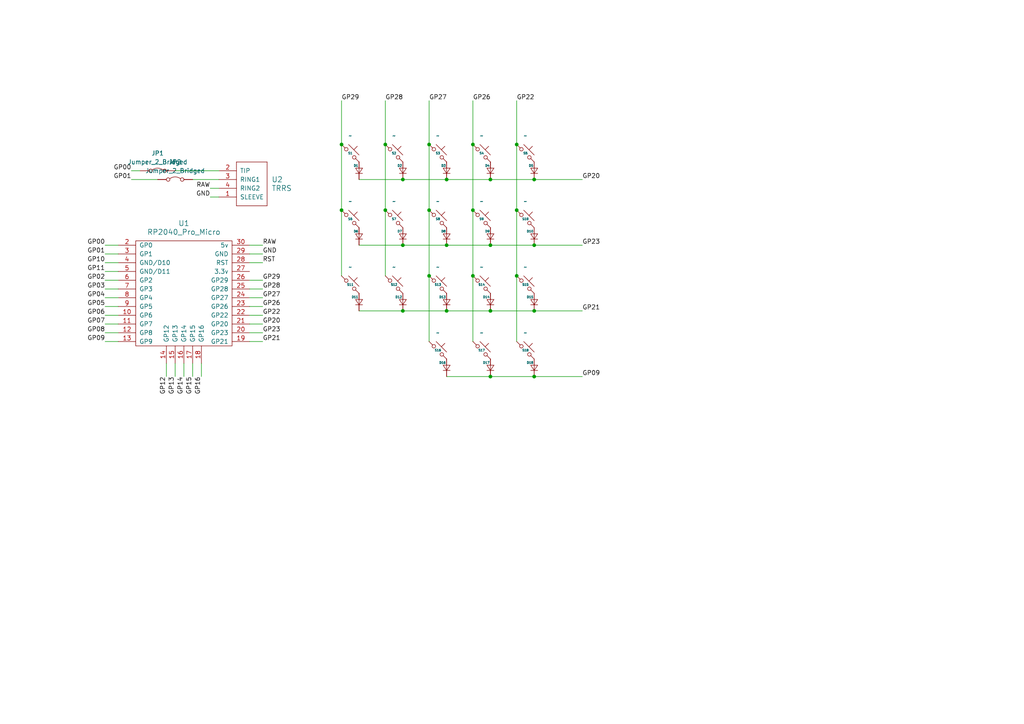
<source format=kicad_sch>
(kicad_sch (version 20250114) (generator "eeschema") (generator_version "9.0")
  (paper "A4")
  (lib_symbols
    (symbol "Jumper:Jumper_2_Bridged" (pin_numbers (hide yes)) (pin_names (offset 0) (hide yes))
      (property "Reference" "JP" (at 0 1.905 0))
      (property "Value" "Jumper_2_Bridged" (at 0 -2.54 0))
      (symbol "Jumper_2_Bridged_0_0"
        (circle (center -2.032 0) (radius 0.508))
        (circle (center 2.032 0) (radius 0.508))
      )
      (symbol "Jumper_2_Bridged_0_1"
        (arc (start -1.524 0.254) (mid 0 0.762) (end 1.524 0.254))
      )
      (symbol "Jumper_2_Bridged_1_1"
        (pin passive line (at -5.08 0 0) (length 2.54) (name "A") (number "1"))
        (pin passive line (at 5.08 0 180) (length 2.54) (name "B") (number "2"))
      )
    )
    (symbol "ScottoKeebs:MCU_RP2040_Pro_Micro" (pin_names (offset 1.016))
      (property "Reference" "U" (at 0 0 0))
      (property "Value" "RP2040_Pro_Micro" (at 0 -27.686 0))
      (symbol "MCU_RP2040_Pro_Micro_0_1"
        (rectangle (start -13.97 13.97) (end 13.97 -16.51))
      )
      (symbol "MCU_RP2040_Pro_Micro_1_1"
        (pin input line (at -19.05 12.7 0) (length 5.08) (name "GP0") (number "2"))
        (pin input line (at -19.05 10.16 0) (length 5.08) (name "GP1") (number "3"))
        (pin input line (at -19.05 7.62 0) (length 5.08) (name "GND/D10") (number "4"))
        (pin input line (at -19.05 5.08 0) (length 5.08) (name "GND/D11") (number "5"))
        (pin input line (at -19.05 2.54 0) (length 5.08) (name "GP2") (number "6"))
        (pin input line (at -19.05 0 0) (length 5.08) (name "GP3") (number "7"))
        (pin input line (at -19.05 -2.54 0) (length 5.08) (name "GP4") (number "8"))
        (pin input line (at -19.05 -5.08 0) (length 5.08) (name "GP5") (number "9"))
        (pin input line (at -19.05 -7.62 0) (length 5.08) (name "GP6") (number "10"))
        (pin input line (at -19.05 -10.16 0) (length 5.08) (name "GP7") (number "11"))
        (pin input line (at -19.05 -12.7 0) (length 5.08) (name "GP8") (number "12"))
        (pin input line (at -19.05 -15.24 0) (length 5.08) (name "GP9") (number "13"))
        (pin input line (at -5.08 -21.59 90) (length 5.08) (name "GP12") (number "14"))
        (pin input line (at -2.54 -21.59 90) (length 5.08) (name "GP13") (number "15"))
        (pin input line (at 0 -21.59 90) (length 5.08) (name "GP14") (number "16"))
        (pin input line (at 2.54 -21.59 90) (length 5.08) (name "GP15") (number "17"))
        (pin input line (at 5.08 -21.59 90) (length 5.08) (name "GP16") (number "18"))
        (pin input line (at 19.05 12.7 180) (length 5.08) (name "5v") (number "30"))
        (pin input line (at 19.05 10.16 180) (length 5.08) (name "GND") (number "29"))
        (pin input line (at 19.05 7.62 180) (length 5.08) (name "RST") (number "28"))
        (pin input line (at 19.05 5.08 180) (length 5.08) (name "3.3v") (number "27"))
        (pin input line (at 19.05 2.54 180) (length 5.08) (name "GP29") (number "26"))
        (pin input line (at 19.05 0 180) (length 5.08) (name "GP28") (number "25"))
        (pin input line (at 19.05 -2.54 180) (length 5.08) (name "GP27") (number "24"))
        (pin input line (at 19.05 -5.08 180) (length 5.08) (name "GP26") (number "23"))
        (pin input line (at 19.05 -7.62 180) (length 5.08) (name "GP22") (number "22"))
        (pin input line (at 19.05 -10.16 180) (length 5.08) (name "GP20") (number "21"))
        (pin input line (at 19.05 -12.7 180) (length 5.08) (name "GP23") (number "20"))
        (pin input line (at 19.05 -15.24 180) (length 5.08) (name "GP21") (number "19"))
      )
    )
    (symbol "ScottoKeebs:Placeholder_Diode" (pin_numbers (hide yes)) (pin_names (hide yes))
      (property "Reference" "D" (at -0.15 1.066 0))
      (symbol "Placeholder_Diode_0_1"
        (polyline (pts (xy 0 -0.762) (xy 0 0.762)))
      )
      (symbol "Placeholder_Diode_1_1"
        (polyline (pts (xy 1.016 0.762) (xy 0 -0.762) (xy -1.016 0.762) (xy 1.016 0.762)) (stroke (width 0.1524)))
        (polyline (pts (xy 1.016 -0.762) (xy -1.016 -0.762)) (stroke (width 0.1524)))
        (pin passive line (at 0 2.54 270) (length 1.778) (name "A") (number "2"))
        (pin passive line (at 0 -2.54 90) (length 1.778) (name "K") (number "1"))
      )
    )
    (symbol "ScottoKeebs:Placeholder_Keyswitch" (pin_numbers (hide yes)) (pin_names (offset 1.016) (hide yes))
      (property "Reference" "S" (at 0 0 0))
      (symbol "Placeholder_Keyswitch_0_1"
        (polyline (pts (xy -2.54 2.54) (xy -1.524 1.524) (xy -1.524 1.524)))
        (circle (center -1.1684 1.1684) (radius 0.508))
        (polyline (pts (xy -0.508 2.54) (xy 2.54 -0.508)))
        (polyline (pts (xy 1.016 1.016) (xy 2.032 2.032)))
        (circle (center 1.143 -1.1938) (radius 0.508))
        (polyline (pts (xy 1.524 -1.524) (xy 2.54 -2.54) (xy 2.54 -2.54) (xy 2.54 -2.54)))
        (pin passive line (at -2.54 2.54 0) (length 0) (name "1") (number "1"))
        (pin passive line (at 2.54 -2.54 180) (length 0) (name "2") (number "2"))
      )
    )
    (symbol "ScottoKeebs:Placeholder_TRRS" (pin_names (offset 1.016))
      (property "Reference" "U" (at 0 15.24 0))
      (property "Value" "TRRS" (at 0 -2.54 0))
      (symbol "Placeholder_TRRS_0_1"
        (rectangle (start -3.81 12.7) (end 5.08 12.7))
        (rectangle (start -3.81 0) (end -3.81 12.7))
        (rectangle (start -3.81 0) (end 5.08 0))
        (rectangle (start 5.08 12.7) (end 5.08 0))
      )
      (symbol "Placeholder_TRRS_1_1"
        (pin input line (at -8.89 10.16 0) (length 5.08) (name "TIP") (number "2"))
        (pin input line (at -8.89 7.62 0) (length 5.08) (name "RING1") (number "3"))
        (pin input line (at -8.89 5.08 0) (length 5.08) (name "RING2") (number "4"))
        (pin input line (at -8.89 2.54 0) (length 5.08) (name "SLEEVE") (number "1"))
      )
    )
  )
  (junction (at 137.16 60.96))
  (junction (at 116.84 52.07))
  (junction (at 116.84 71.12))
  (junction (at 99.06 41.91))
  (junction (at 142.24 71.12))
  (junction (at 124.46 41.91))
  (junction (at 142.24 109.22))
  (junction (at 137.16 80.01))
  (junction (at 142.24 52.07))
  (junction (at 116.84 90.17))
  (junction (at 129.54 71.12))
  (junction (at 129.54 90.17))
  (junction (at 129.54 52.07))
  (junction (at 149.86 41.91))
  (junction (at 154.94 109.22))
  (junction (at 99.06 60.96))
  (junction (at 154.94 71.12))
  (junction (at 142.24 90.17))
  (junction (at 124.46 80.01))
  (junction (at 149.86 60.96))
  (junction (at 111.76 60.96))
  (junction (at 124.46 60.96))
  (junction (at 137.16 41.91))
  (junction (at 154.94 52.07))
  (junction (at 149.86 80.01))
  (junction (at 154.94 90.17))
  (junction (at 111.76 41.91))
  (wire (pts (xy 72.39 86.36) (xy 76.2 86.36)))
  (wire (pts (xy 154.94 90.17) (xy 168.91 90.17)))
  (wire (pts (xy 124.46 29.21) (xy 124.46 41.91)))
  (wire (pts (xy 137.16 60.96) (xy 137.16 80.01)))
  (wire (pts (xy 129.54 90.17) (xy 142.24 90.17)))
  (wire (pts (xy 129.54 52.07) (xy 142.24 52.07)))
  (wire (pts (xy 124.46 41.91) (xy 124.46 60.96)))
  (wire (pts (xy 104.14 71.12) (xy 116.84 71.12)))
  (wire (pts (xy 34.29 91.44) (xy 30.48 91.44)))
  (wire (pts (xy 129.54 71.12) (xy 142.24 71.12)))
  (wire (pts (xy 34.29 88.9) (xy 30.48 88.9)))
  (wire (pts (xy 137.16 41.91) (xy 137.16 60.96)))
  (wire (pts (xy 34.29 76.2) (xy 30.48 76.2)))
  (wire (pts (xy 72.39 81.28) (xy 76.2 81.28)))
  (wire (pts (xy 137.16 80.01) (xy 137.16 99.06)))
  (wire (pts (xy 124.46 80.01) (xy 124.46 99.06)))
  (wire (pts (xy 34.29 86.36) (xy 30.48 86.36)))
  (wire (pts (xy 149.86 29.21) (xy 149.86 41.91)))
  (wire (pts (xy 142.24 109.22) (xy 154.94 109.22)))
  (wire (pts (xy 53.34 105.41) (xy 53.34 109.22)))
  (wire (pts (xy 137.16 29.21) (xy 137.16 41.91)))
  (wire (pts (xy 38.1 49.53) (xy 40.64 49.53)))
  (wire (pts (xy 72.39 96.52) (xy 76.2 96.52)))
  (wire (pts (xy 34.29 83.82) (xy 30.48 83.82)))
  (wire (pts (xy 124.46 60.96) (xy 124.46 80.01)))
  (wire (pts (xy 129.54 109.22) (xy 142.24 109.22)))
  (wire (pts (xy 142.24 90.17) (xy 154.94 90.17)))
  (wire (pts (xy 76.2 71.12) (xy 72.39 71.12)))
  (wire (pts (xy 72.39 91.44) (xy 76.2 91.44)))
  (wire (pts (xy 149.86 60.96) (xy 149.86 80.01)))
  (wire (pts (xy 149.86 80.01) (xy 149.86 99.06)))
  (wire (pts (xy 50.8 105.41) (xy 50.8 109.22)))
  (wire (pts (xy 72.39 76.2) (xy 76.2 76.2)))
  (wire (pts (xy 34.29 99.06) (xy 30.48 99.06)))
  (wire (pts (xy 142.24 52.07) (xy 154.94 52.07)))
  (wire (pts (xy 55.88 105.41) (xy 55.88 109.22)))
  (wire (pts (xy 60.96 57.15) (xy 63.5 57.15)))
  (wire (pts (xy 149.86 41.91) (xy 149.86 60.96)))
  (wire (pts (xy 58.42 105.41) (xy 58.42 109.22)))
  (wire (pts (xy 154.94 109.22) (xy 168.91 109.22)))
  (wire (pts (xy 34.29 96.52) (xy 30.48 96.52)))
  (wire (pts (xy 34.29 71.12) (xy 30.48 71.12)))
  (wire (pts (xy 99.06 29.21) (xy 99.06 41.91)))
  (wire (pts (xy 34.29 93.98) (xy 30.48 93.98)))
  (wire (pts (xy 116.84 71.12) (xy 129.54 71.12)))
  (wire (pts (xy 142.24 71.12) (xy 154.94 71.12)))
  (wire (pts (xy 111.76 60.96) (xy 111.76 80.01)))
  (wire (pts (xy 34.29 73.66) (xy 30.48 73.66)))
  (wire (pts (xy 104.14 90.17) (xy 116.84 90.17)))
  (wire (pts (xy 116.84 52.07) (xy 129.54 52.07)))
  (wire (pts (xy 34.29 78.74) (xy 30.48 78.74)))
  (wire (pts (xy 72.39 99.06) (xy 76.2 99.06)))
  (wire (pts (xy 38.1 52.07) (xy 45.72 52.07)))
  (wire (pts (xy 111.76 41.91) (xy 111.76 60.96)))
  (wire (pts (xy 99.06 60.96) (xy 99.06 80.01)))
  (wire (pts (xy 154.94 52.07) (xy 168.91 52.07)))
  (wire (pts (xy 72.39 83.82) (xy 76.2 83.82)))
  (wire (pts (xy 116.84 90.17) (xy 129.54 90.17)))
  (wire (pts (xy 55.88 52.07) (xy 63.5 52.07)))
  (wire (pts (xy 104.14 52.07) (xy 116.84 52.07)))
  (wire (pts (xy 111.76 29.21) (xy 111.76 41.91)))
  (wire (pts (xy 48.26 105.41) (xy 48.26 109.22)))
  (wire (pts (xy 60.96 54.61) (xy 63.5 54.61)))
  (wire (pts (xy 72.39 88.9) (xy 76.2 88.9)))
  (wire (pts (xy 154.94 71.12) (xy 168.91 71.12)))
  (wire (pts (xy 50.8 49.53) (xy 63.5 49.53)))
  (wire (pts (xy 99.06 41.91) (xy 99.06 60.96)))
  (wire (pts (xy 72.39 73.66) (xy 76.2 73.66)))
  (wire (pts (xy 34.29 81.28) (xy 30.48 81.28)))
  (wire (pts (xy 72.39 93.98) (xy 76.2 93.98)))
  (label "GP14" (at 53.34 109.22 270))
  (label "GND" (at 76.2 73.66 0))
  (label "GP20" (at 76.2 93.98 0))
  (label "RAW" (at 76.2 71.12 0))
  (label "GP28" (at 111.76 29.21 0))
  (label "GP26" (at 76.2 88.9 0))
  (label "GP13" (at 50.8 109.22 270))
  (label "GP29" (at 76.2 81.28 0))
  (label "GP03" (at 30.48 83.82 180))
  (label "GP21" (at 76.2 99.06 0))
  (label "GP10" (at 30.48 76.2 180))
  (label "GP09" (at 30.48 99.06 180))
  (label "GND" (at 60.96 57.15 180))
  (label "GP05" (at 30.48 88.9 180))
  (label "RST" (at 76.2 76.2 0))
  (label "GP07" (at 30.48 93.98 180))
  (label "GP09" (at 168.91 109.22 0))
  (label "GP15" (at 55.88 109.22 270))
  (label "GP27" (at 124.46 29.21 0))
  (label "GP21" (at 168.91 90.17 0))
  (label "GP26" (at 137.16 29.21 0))
  (label "GP00" (at 38.1 49.53 180))
  (label "GP01" (at 30.48 73.66 180))
  (label "GP11" (at 30.48 78.74 180))
  (label "GP27" (at 76.2 86.36 0))
  (label "GP12" (at 48.26 109.22 270))
  (label "GP20" (at 168.91 52.07 0))
  (label "GP08" (at 30.48 96.52 180))
  (label "GP23" (at 168.91 71.12 0))
  (label "RAW" (at 60.96 54.61 180))
  (label "GP00" (at 30.48 71.12 180))
  (label "GP02" (at 30.48 81.28 180))
  (label "GP29" (at 99.06 29.21 0))
  (label "GP06" (at 30.48 91.44 180))
  (label "GP23" (at 76.2 96.52 0))
  (label "GP22" (at 149.86 29.21 0))
  (label "GP16" (at 58.42 109.22 270))
  (label "GP28" (at 76.2 83.82 0))
  (label "GP04" (at 30.48 86.36 180))
  (label "GP22" (at 76.2 91.44 0))
  (label "GP01" (at 38.1 52.07 180))
  (symbol (lib_id "Jumper:Jumper_2_Bridged") (at 50.8 52.07 0) (unit 1)
    (property "Reference" "JP2" (at 50.8 46.99 0))
    (property "Value" "Jumper_2_Bridged" (at 50.8 49.53 0))
    (property "Footprint" "ScottoKeebs_Components:SolderJumper-2_P1.3mm_Bridged_Pad1.0x1.5mm-tighter_courtyard" (effects (hide yes)))
    (property "Description" "Jumper, 2-pole, closed/bridged" (effects (hide yes)))
  )
  (symbol (lib_id "ScottoKeebs:Placeholder_Diode") (at 116.84 49.53 0) (unit 1)
    (property "Reference" "D2" (at 116.69 48.464 0) (effects (font (size 0.635 0.635) (thickness 0.127) (bold yes)) (justify right bottom)))
    (property "Footprint" "ScottoKeebs_Components:Diode_DO-35" (effects (hide yes)))
  )
  (symbol (lib_id "ScottoKeebs:Placeholder_Keyswitch") (at 127 44.45 0) (unit 1)
    (property "Reference" "S3" (at 127 44.45 0) (effects (font (size 0.635 0.635) (thickness 0.127) (bold yes))))
    (property "Value" "~" (at 127 39.37 0))
    (property "Footprint" "ScottoKeebs_Scotto:Choc_Hotswap_1.00u" (effects (hide yes)))
  )
  (symbol (lib_id "ScottoKeebs:Placeholder_Keyswitch") (at 127 82.55 0) (unit 1)
    (property "Reference" "S13" (at 127 82.55 0) (effects (font (size 0.635 0.635) (thickness 0.127) (bold yes))))
    (property "Value" "~" (at 127 77.47 0))
    (property "Footprint" "ScottoKeebs_Scotto:Choc_Hotswap_1.00u" (effects (hide yes)))
  )
  (symbol (lib_id "ScottoKeebs:Placeholder_Keyswitch") (at 139.7 101.6 0) (unit 1)
    (property "Reference" "S17" (at 139.7 101.6 0) (effects (font (size 0.635 0.635) (thickness 0.127) (bold yes))))
    (property "Value" "~" (at 139.7 96.52 0))
    (property "Footprint" "ScottoKeebs_Scotto:Choc_Hotswap_1.00u" (effects (hide yes)))
  )
  (symbol (lib_id "ScottoKeebs:Placeholder_Diode") (at 142.24 87.63 0) (unit 1)
    (property "Reference" "D14" (at 142.09 86.564 0) (effects (font (size 0.635 0.635) (thickness 0.127) (bold yes)) (justify right bottom)))
    (property "Footprint" "ScottoKeebs_Components:Diode_DO-35" (effects (hide yes)))
  )
  (symbol (lib_id "ScottoKeebs:Placeholder_Diode") (at 129.54 106.68 0) (unit 1)
    (property "Reference" "D16" (at 129.39 105.614 0) (effects (font (size 0.635 0.635) (thickness 0.127) (bold yes)) (justify right bottom)))
    (property "Footprint" "ScottoKeebs_Components:Diode_DO-35" (effects (hide yes)))
  )
  (symbol (lib_id "ScottoKeebs:Placeholder_Diode") (at 104.14 68.58 0) (unit 1)
    (property "Reference" "D6" (at 103.99 67.514 0) (effects (font (size 0.635 0.635) (thickness 0.127) (bold yes)) (justify right bottom)))
    (property "Footprint" "ScottoKeebs_Components:Diode_DO-35" (effects (hide yes)))
  )
  (symbol (lib_id "ScottoKeebs:Placeholder_Keyswitch") (at 114.3 63.5 0) (unit 1)
    (property "Reference" "S7" (at 114.3 63.5 0) (effects (font (size 0.635 0.635) (thickness 0.127) (bold yes))))
    (property "Value" "~" (at 114.3 58.42 0))
    (property "Footprint" "ScottoKeebs_Scotto:Choc_Hotswap_1.00u" (effects (hide yes)))
  )
  (symbol (lib_id "ScottoKeebs:MCU_RP2040_Pro_Micro") (at 53.34 83.82 0) (unit 1)
    (property "Reference" "U1" (at 53.34 64.77 0) (effects (font (size 1.524 1.524))))
    (property "Value" "RP2040_Pro_Micro" (at 53.34 67.31 0) (effects (font (size 1.524 1.524))))
    (property "Footprint" "ScottoKeebs_MCU:RP2040_Pro_Micro" (effects (hide yes)))
  )
  (symbol (lib_id "ScottoKeebs:Placeholder_Diode") (at 154.94 49.53 0) (unit 1)
    (property "Reference" "D5" (at 154.79 48.464 0) (effects (font (size 0.635 0.635) (thickness 0.127) (bold yes)) (justify right bottom)))
    (property "Footprint" "ScottoKeebs_Components:Diode_DO-35" (effects (hide yes)))
  )
  (symbol (lib_id "ScottoKeebs:Placeholder_Diode") (at 142.24 49.53 0) (unit 1)
    (property "Reference" "D4" (at 142.09 48.464 0) (effects (font (size 0.635 0.635) (thickness 0.127) (bold yes)) (justify right bottom)))
    (property "Footprint" "ScottoKeebs_Components:Diode_DO-35" (effects (hide yes)))
  )
  (symbol (lib_id "ScottoKeebs:Placeholder_Keyswitch") (at 101.6 63.5 0) (unit 1)
    (property "Reference" "S6" (at 101.6 63.5 0) (effects (font (size 0.635 0.635) (thickness 0.127) (bold yes))))
    (property "Value" "~" (at 101.6 58.42 0))
    (property "Footprint" "ScottoKeebs_Scotto:Choc_Hotswap_1.00u" (effects (hide yes)))
  )
  (symbol (lib_id "ScottoKeebs:Placeholder_Keyswitch") (at 114.3 82.55 0) (unit 1)
    (property "Reference" "S12" (at 114.3 82.55 0) (effects (font (size 0.635 0.635) (thickness 0.127) (bold yes))))
    (property "Value" "~" (at 114.3 77.47 0))
    (property "Footprint" "ScottoKeebs_Scotto:Choc_Hotswap_1.00u" (effects (hide yes)))
  )
  (symbol (lib_id "ScottoKeebs:Placeholder_Diode") (at 129.54 87.63 0) (unit 1)
    (property "Reference" "D13" (at 129.39 86.564 0) (effects (font (size 0.635 0.635) (thickness 0.127) (bold yes)) (justify right bottom)))
    (property "Footprint" "ScottoKeebs_Components:Diode_DO-35" (effects (hide yes)))
  )
  (symbol (lib_id "Jumper:Jumper_2_Bridged") (at 45.72 49.53 0) (unit 1)
    (property "Reference" "JP1" (at 45.72 44.45 0))
    (property "Value" "Jumper_2_Bridged" (at 45.72 46.99 0))
    (property "Footprint" "ScottoKeebs_Components:SolderJumper-2_P1.3mm_Bridged_Pad1.0x1.5mm-tighter_courtyard" (effects (hide yes)))
    (property "Description" "Jumper, 2-pole, closed/bridged" (effects (hide yes)))
  )
  (symbol (lib_id "ScottoKeebs:Placeholder_Keyswitch") (at 139.7 44.45 0) (unit 1)
    (property "Reference" "S4" (at 139.7 44.45 0) (effects (font (size 0.635 0.635) (thickness 0.127) (bold yes))))
    (property "Value" "~" (at 139.7 39.37 0))
    (property "Footprint" "ScottoKeebs_Scotto:Choc_Hotswap_1.00u" (effects (hide yes)))
  )
  (symbol (lib_id "ScottoKeebs:Placeholder_Keyswitch") (at 114.3 44.45 0) (unit 1)
    (property "Reference" "S2" (at 114.3 44.45 0) (effects (font (size 0.635 0.635) (thickness 0.127) (bold yes))))
    (property "Value" "~" (at 114.3 39.37 0))
    (property "Footprint" "ScottoKeebs_Scotto:Choc_Hotswap_1.00u" (effects (hide yes)))
  )
  (symbol (lib_id "ScottoKeebs:Placeholder_Diode") (at 116.84 87.63 0) (unit 1)
    (property "Reference" "D12" (at 116.69 86.564 0) (effects (font (size 0.635 0.635) (thickness 0.127) (bold yes)) (justify right bottom)))
    (property "Footprint" "ScottoKeebs_Components:Diode_DO-35" (effects (hide yes)))
  )
  (symbol (lib_id "ScottoKeebs:Placeholder_Diode") (at 129.54 49.53 0) (unit 1)
    (property "Reference" "D3" (at 129.39 48.464 0) (effects (font (size 0.635 0.635) (thickness 0.127) (bold yes)) (justify right bottom)))
    (property "Footprint" "ScottoKeebs_Components:Diode_DO-35" (effects (hide yes)))
  )
  (symbol (lib_id "ScottoKeebs:Placeholder_Keyswitch") (at 127 63.5 0) (unit 1)
    (property "Reference" "S8" (at 127 63.5 0) (effects (font (size 0.635 0.635) (thickness 0.127) (bold yes))))
    (property "Value" "~" (at 127 58.42 0))
    (property "Footprint" "ScottoKeebs_Scotto:Choc_Hotswap_1.00u" (effects (hide yes)))
  )
  (symbol (lib_id "ScottoKeebs:Placeholder_Diode") (at 154.94 87.63 0) (unit 1)
    (property "Reference" "D15" (at 154.79 86.564 0) (effects (font (size 0.635 0.635) (thickness 0.127) (bold yes)) (justify right bottom)))
    (property "Footprint" "ScottoKeebs_Components:Diode_DO-35" (effects (hide yes)))
  )
  (symbol (lib_id "ScottoKeebs:Placeholder_Diode") (at 154.94 106.68 0) (unit 1)
    (property "Reference" "D18" (at 154.79 105.614 0) (effects (font (size 0.635 0.635) (thickness 0.127) (bold yes)) (justify right bottom)))
    (property "Footprint" "ScottoKeebs_Components:Diode_DO-35" (effects (hide yes)))
  )
  (symbol (lib_id "ScottoKeebs:Placeholder_Diode") (at 116.84 68.58 0) (unit 1)
    (property "Reference" "D7" (at 116.69 67.514 0) (effects (font (size 0.635 0.635) (thickness 0.127) (bold yes)) (justify right bottom)))
    (property "Footprint" "ScottoKeebs_Components:Diode_DO-35" (effects (hide yes)))
  )
  (symbol (lib_id "ScottoKeebs:Placeholder_Diode") (at 129.54 68.58 0) (unit 1)
    (property "Reference" "D8" (at 129.39 67.514 0) (effects (font (size 0.635 0.635) (thickness 0.127) (bold yes)) (justify right bottom)))
    (property "Footprint" "ScottoKeebs_Components:Diode_DO-35" (effects (hide yes)))
  )
  (symbol (lib_id "ScottoKeebs:Placeholder_Keyswitch") (at 152.4 63.5 0) (unit 1)
    (property "Reference" "S10" (at 152.4 63.5 0) (effects (font (size 0.635 0.635) (thickness 0.127) (bold yes))))
    (property "Value" "~" (at 152.4 58.42 0))
    (property "Footprint" "ScottoKeebs_Scotto:Choc_Hotswap_1.00u" (effects (hide yes)))
  )
  (symbol (lib_id "ScottoKeebs:Placeholder_Keyswitch") (at 152.4 101.6 0) (unit 1)
    (property "Reference" "S18" (at 152.4 101.6 0) (effects (font (size 0.635 0.635) (thickness 0.127) (bold yes))))
    (property "Value" "~" (at 152.4 96.52 0))
    (property "Footprint" "ScottoKeebs_Scotto:Choc_Hotswap_1.00u" (effects (hide yes)))
  )
  (symbol (lib_id "ScottoKeebs:Placeholder_Diode") (at 104.14 87.63 0) (unit 1)
    (property "Reference" "D11" (at 103.99 86.564 0) (effects (font (size 0.635 0.635) (thickness 0.127) (bold yes)) (justify right bottom)))
    (property "Footprint" "ScottoKeebs_Components:Diode_DO-35" (effects (hide yes)))
  )
  (symbol (lib_id "ScottoKeebs:Placeholder_Keyswitch") (at 101.6 44.45 0) (unit 1)
    (property "Reference" "S1" (at 101.6 44.45 0) (effects (font (size 0.635 0.635) (thickness 0.127) (bold yes))))
    (property "Value" "~" (at 101.6 39.37 0))
    (property "Footprint" "ScottoKeebs_Scotto:Choc_Hotswap_1.00u" (effects (hide yes)))
  )
  (symbol (lib_id "ScottoKeebs:Placeholder_Keyswitch") (at 127 101.6 0) (unit 1)
    (property "Reference" "S16" (at 127 101.6 0) (effects (font (size 0.635 0.635) (thickness 0.127) (bold yes))))
    (property "Value" "~" (at 127 96.52 0))
    (property "Footprint" "ScottoKeebs_Scotto:Choc_Hotswap_1.00u" (effects (hide yes)))
  )
  (symbol (lib_id "ScottoKeebs:Placeholder_Keyswitch") (at 101.6 82.55 0) (unit 1)
    (property "Reference" "S11" (at 101.6 82.55 0) (effects (font (size 0.635 0.635) (thickness 0.127) (bold yes))))
    (property "Value" "~" (at 101.6 77.47 0))
    (property "Footprint" "ScottoKeebs_Scotto:Choc_Hotswap_1.00u" (effects (hide yes)))
  )
  (symbol (lib_id "ScottoKeebs:Placeholder_Keyswitch") (at 152.4 82.55 0) (unit 1)
    (property "Reference" "S15" (at 152.4 82.55 0) (effects (font (size 0.635 0.635) (thickness 0.127) (bold yes))))
    (property "Value" "~" (at 152.4 77.47 0))
    (property "Footprint" "ScottoKeebs_Scotto:Choc_Hotswap_1.00u" (effects (hide yes)))
  )
  (symbol (lib_id "ScottoKeebs:Placeholder_Keyswitch") (at 139.7 82.55 0) (unit 1)
    (property "Reference" "S14" (at 139.7 82.55 0) (effects (font (size 0.635 0.635) (thickness 0.127) (bold yes))))
    (property "Value" "~" (at 139.7 77.47 0))
    (property "Footprint" "ScottoKeebs_Scotto:Choc_Hotswap_1.00u" (effects (hide yes)))
  )
  (symbol (lib_id "ScottoKeebs:Placeholder_TRRS") (at 72.39 59.69 0) (unit 1)
    (property "Reference" "U2" (at 78.74 52.0699 0) (effects (font (size 1.524 1.524)) (justify left)))
    (property "Value" "TRRS" (at 78.74 54.6099 0) (effects (font (size 1.524 1.524)) (justify left)))
    (property "Footprint" "ScottoKeebs_Components:TRRS_PJ-320A" (effects (hide yes)))
  )
  (symbol (lib_id "ScottoKeebs:Placeholder_Diode") (at 154.94 68.58 0) (unit 1)
    (property "Reference" "D10" (at 154.79 67.514 0) (effects (font (size 0.635 0.635) (thickness 0.127) (bold yes)) (justify right bottom)))
    (property "Footprint" "ScottoKeebs_Components:Diode_DO-35" (effects (hide yes)))
  )
  (symbol (lib_id "ScottoKeebs:Placeholder_Diode") (at 142.24 106.68 0) (unit 1)
    (property "Reference" "D17" (at 142.09 105.614 0) (effects (font (size 0.635 0.635) (thickness 0.127) (bold yes)) (justify right bottom)))
    (property "Footprint" "ScottoKeebs_Components:Diode_DO-35" (effects (hide yes)))
  )
  (symbol (lib_id "ScottoKeebs:Placeholder_Keyswitch") (at 139.7 63.5 0) (unit 1)
    (property "Reference" "S9" (at 139.7 63.5 0) (effects (font (size 0.635 0.635) (thickness 0.127) (bold yes))))
    (property "Value" "~" (at 139.7 58.42 0))
    (property "Footprint" "ScottoKeebs_Scotto:Choc_Hotswap_1.00u" (effects (hide yes)))
  )
  (symbol (lib_id "ScottoKeebs:Placeholder_Diode") (at 104.14 49.53 0) (unit 1)
    (property "Reference" "D1" (at 103.99 48.464 0) (effects (font (size 0.635 0.635) (thickness 0.127) (bold yes)) (justify right bottom)))
    (property "Footprint" "ScottoKeebs_Components:Diode_DO-35" (effects (hide yes)))
  )
  (symbol (lib_id "ScottoKeebs:Placeholder_Keyswitch") (at 152.4 44.45 0) (unit 1)
    (property "Reference" "S5" (at 152.4 44.45 0) (effects (font (size 0.635 0.635) (thickness 0.127) (bold yes))))
    (property "Value" "~" (at 152.4 39.37 0))
    (property "Footprint" "ScottoKeebs_Scotto:Choc_Hotswap_1.00u" (effects (hide yes)))
  )
  (symbol (lib_id "ScottoKeebs:Placeholder_Diode") (at 142.24 68.58 0) (unit 1)
    (property "Reference" "D9" (at 142.09 67.514 0) (effects (font (size 0.635 0.635) (thickness 0.127) (bold yes)) (justify right bottom)))
    (property "Footprint" "ScottoKeebs_Components:Diode_DO-35" (effects (hide yes)))
  )
)
</source>
